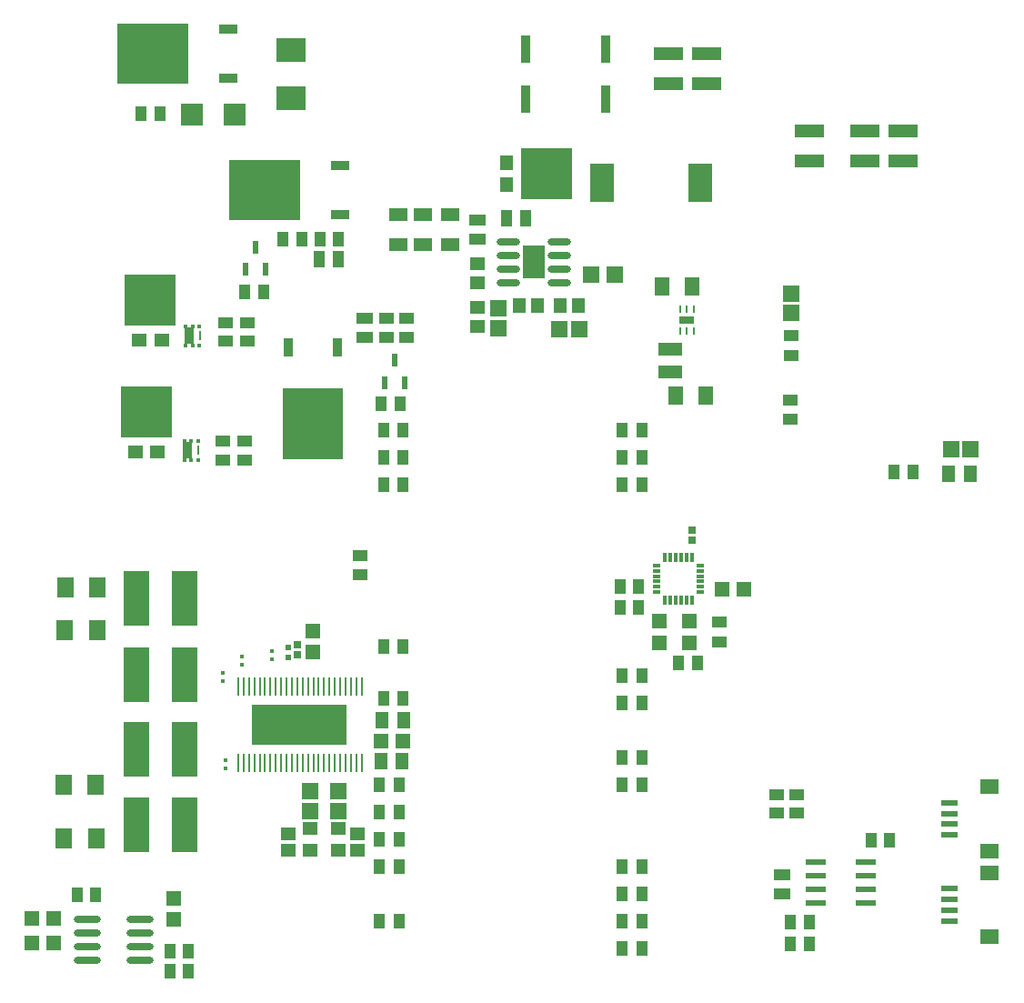
<source format=gtp>
G04 Layer_Color=7318015*
%FSLAX25Y25*%
%MOIN*%
G70*
G01*
G75*
%ADD10R,0.10630X0.05118*%
%ADD11R,0.04331X0.05512*%
%ADD12R,0.07480X0.02362*%
%ADD13R,0.08740X0.04843*%
%ADD14R,0.05315X0.07087*%
%ADD15R,0.09252X0.20079*%
%ADD16R,0.05512X0.05512*%
%ADD17R,0.02913X0.03071*%
%ADD18R,0.05315X0.03937*%
%ADD19R,0.01378X0.03347*%
%ADD20R,0.03150X0.01378*%
%ADD21R,0.06102X0.02362*%
%ADD22R,0.07087X0.05512*%
%ADD23R,0.02165X0.02165*%
%ADD24R,0.01772X0.01772*%
%ADD25R,0.05118X0.05906*%
%ADD26R,0.05512X0.05512*%
%ADD27R,0.04921X0.06102*%
%ADD28R,0.05315X0.04528*%
%ADD29R,0.05512X0.04331*%
%ADD30R,0.05906X0.07480*%
%ADD31R,0.05709X0.04724*%
%ADD32R,0.06102X0.05906*%
%ADD33R,0.00866X0.06693*%
%ADD34O,0.00866X0.06693*%
%ADD35R,0.34567X0.14646*%
%ADD36O,0.09843X0.02756*%
%ADD37R,0.03937X0.05315*%
%ADD38R,0.05900X0.04000*%
%ADD39R,0.05906X0.06102*%
%ADD40R,0.04500X0.06000*%
%ADD41R,0.02362X0.05118*%
%ADD42R,0.10799X0.08500*%
%ADD43R,0.22047X0.25984*%
%ADD44R,0.03740X0.06890*%
%ADD45R,0.25984X0.22047*%
%ADD46R,0.06890X0.03740*%
%ADD47R,0.04528X0.05709*%
%ADD48R,0.06102X0.06102*%
%ADD49R,0.07087X0.05118*%
%ADD50R,0.03228X0.10315*%
%ADD51R,0.18583X0.18898*%
%ADD52R,0.05000X0.05512*%
%ADD53R,0.06102X0.06102*%
%ADD54R,0.05709X0.04528*%
%ADD55R,0.09055X0.14173*%
%ADD56O,0.08661X0.02362*%
%ADD57R,0.07874X0.12205*%
%ADD58R,0.04000X0.05900*%
%ADD59R,0.01181X0.01378*%
%ADD60R,0.03740X0.05945*%
%ADD61R,0.00925X0.03425*%
%ADD62R,0.18898X0.18583*%
%ADD63R,0.05512X0.05000*%
%ADD64R,0.07874X0.07874*%
%ADD96R,0.05512X0.03150*%
%ADD97R,0.02362X0.00000*%
%ADD98R,0.00984X0.02559*%
D10*
X362000Y464988D02*
D03*
Y476012D02*
D03*
X348000Y464988D02*
D03*
Y476012D02*
D03*
X434000Y447512D02*
D03*
Y436488D02*
D03*
X420000Y447512D02*
D03*
Y436488D02*
D03*
X399500Y447512D02*
D03*
Y436488D02*
D03*
D11*
X399445Y149500D02*
D03*
X392555D02*
D03*
Y157500D02*
D03*
X399445D02*
D03*
X358445Y252500D02*
D03*
X351555D02*
D03*
X336945Y280500D02*
D03*
X330055D02*
D03*
X336945Y273000D02*
D03*
X330055D02*
D03*
X250445Y239500D02*
D03*
X243555D02*
D03*
X171945Y147000D02*
D03*
X165055D02*
D03*
X171945Y139500D02*
D03*
X165055D02*
D03*
X131055Y167500D02*
D03*
X137945D02*
D03*
X422055Y187500D02*
D03*
X428945D02*
D03*
X249445Y347500D02*
D03*
X242555D02*
D03*
X161445Y454000D02*
D03*
X154555D02*
D03*
X199445Y388500D02*
D03*
X192555D02*
D03*
X213445Y408000D02*
D03*
X206555D02*
D03*
X226945D02*
D03*
X220055D02*
D03*
D12*
X420252Y164500D02*
D03*
Y169500D02*
D03*
Y174500D02*
D03*
Y179500D02*
D03*
X401748Y164500D02*
D03*
Y169500D02*
D03*
Y174500D02*
D03*
Y179500D02*
D03*
D13*
X348500Y367772D02*
D03*
Y359228D02*
D03*
D14*
X350488Y350500D02*
D03*
X361512D02*
D03*
X356512Y390500D02*
D03*
X345488D02*
D03*
D15*
X170528Y193419D02*
D03*
X152812D02*
D03*
Y276419D02*
D03*
X170528D02*
D03*
X152812Y248419D02*
D03*
X170528D02*
D03*
X152812Y220919D02*
D03*
X170528D02*
D03*
D16*
X355500Y260063D02*
D03*
Y267937D02*
D03*
X217500Y256563D02*
D03*
Y264437D02*
D03*
X166500Y158563D02*
D03*
Y166437D02*
D03*
X344500Y267937D02*
D03*
Y260063D02*
D03*
D17*
X356500Y301429D02*
D03*
Y297571D02*
D03*
X212000Y259429D02*
D03*
Y255571D02*
D03*
D18*
X366500Y267543D02*
D03*
Y260457D02*
D03*
X393000Y365457D02*
D03*
Y372543D02*
D03*
D19*
X346579Y291276D02*
D03*
X348547D02*
D03*
X350516D02*
D03*
X352484D02*
D03*
X354453D02*
D03*
X356421D02*
D03*
Y275724D02*
D03*
X354453D02*
D03*
X352484D02*
D03*
X350516D02*
D03*
X348547D02*
D03*
X346579D02*
D03*
D20*
X359374Y288421D02*
D03*
Y286453D02*
D03*
Y284484D02*
D03*
Y282516D02*
D03*
Y280547D02*
D03*
Y278579D02*
D03*
X343626D02*
D03*
Y280547D02*
D03*
Y282516D02*
D03*
Y284484D02*
D03*
Y286453D02*
D03*
Y288421D02*
D03*
D21*
X450913Y158095D02*
D03*
Y162031D02*
D03*
Y165969D02*
D03*
Y169905D02*
D03*
Y189594D02*
D03*
Y193532D02*
D03*
Y197468D02*
D03*
Y201406D02*
D03*
D22*
X465677Y152189D02*
D03*
Y175811D02*
D03*
Y183689D02*
D03*
Y207311D02*
D03*
D23*
X208500Y258272D02*
D03*
Y254728D02*
D03*
D24*
X202670Y253845D02*
D03*
Y256994D02*
D03*
X191670Y251845D02*
D03*
Y254994D02*
D03*
X185500Y213925D02*
D03*
Y217075D02*
D03*
X184500Y249075D02*
D03*
Y245925D02*
D03*
D25*
X242661Y216500D02*
D03*
X250339D02*
D03*
D26*
X242563Y224000D02*
D03*
X250437D02*
D03*
X122437Y150000D02*
D03*
X114563D02*
D03*
Y159000D02*
D03*
X122437D02*
D03*
X367563Y279500D02*
D03*
X375437D02*
D03*
D27*
X242965Y231500D02*
D03*
X251035D02*
D03*
D28*
X234000Y184146D02*
D03*
Y189854D02*
D03*
X208500Y184146D02*
D03*
Y189854D02*
D03*
D29*
X235000Y285055D02*
D03*
Y291945D02*
D03*
X387500Y197555D02*
D03*
Y204445D02*
D03*
X395000Y197555D02*
D03*
Y204445D02*
D03*
X252000Y372055D02*
D03*
Y378945D02*
D03*
X244500D02*
D03*
Y372055D02*
D03*
X185500Y370555D02*
D03*
Y377445D02*
D03*
X184500Y327055D02*
D03*
Y333945D02*
D03*
X193500Y377445D02*
D03*
Y370555D02*
D03*
X192500Y333945D02*
D03*
Y327055D02*
D03*
X392500Y342055D02*
D03*
Y348945D02*
D03*
D30*
X126765Y280419D02*
D03*
X138576D02*
D03*
X126594Y264500D02*
D03*
X138406D02*
D03*
X126094Y208000D02*
D03*
X137906D02*
D03*
X126265Y188419D02*
D03*
X138076D02*
D03*
D31*
X227000Y184063D02*
D03*
Y191937D02*
D03*
X216500Y184063D02*
D03*
Y191937D02*
D03*
D32*
X227000Y198457D02*
D03*
Y205543D02*
D03*
X216500Y198457D02*
D03*
Y205543D02*
D03*
X393000Y388043D02*
D03*
Y380957D02*
D03*
D33*
X190170Y215919D02*
D03*
D34*
X192139D02*
D03*
X194107D02*
D03*
X196076D02*
D03*
X198044D02*
D03*
X200013D02*
D03*
X201981D02*
D03*
X203950D02*
D03*
X205918D02*
D03*
X207887D02*
D03*
X209855D02*
D03*
X211824D02*
D03*
X213792D02*
D03*
X215761D02*
D03*
X217729D02*
D03*
X219698D02*
D03*
X221666D02*
D03*
X223635D02*
D03*
X225603D02*
D03*
X227572D02*
D03*
X229540D02*
D03*
X231509D02*
D03*
X233477D02*
D03*
X235446D02*
D03*
X190170Y243872D02*
D03*
X192139D02*
D03*
X194107D02*
D03*
X196076D02*
D03*
X198044D02*
D03*
X200013D02*
D03*
X201981D02*
D03*
X203950D02*
D03*
X205918D02*
D03*
X207887D02*
D03*
X209855D02*
D03*
X211824D02*
D03*
X213792D02*
D03*
X215761D02*
D03*
X217729D02*
D03*
X219698D02*
D03*
X221666D02*
D03*
X223635D02*
D03*
X225603D02*
D03*
X227572D02*
D03*
X229540D02*
D03*
X231509D02*
D03*
X233477D02*
D03*
X235446D02*
D03*
D35*
X212611Y229919D02*
D03*
D36*
X154146Y143500D02*
D03*
Y148500D02*
D03*
Y153500D02*
D03*
Y158500D02*
D03*
X134854Y143500D02*
D03*
Y148500D02*
D03*
Y153500D02*
D03*
Y158500D02*
D03*
D37*
X250543Y338000D02*
D03*
X243457D02*
D03*
X338043Y328000D02*
D03*
X330957D02*
D03*
X250543Y258500D02*
D03*
X243457D02*
D03*
X338043Y248000D02*
D03*
X330957D02*
D03*
X338043Y238000D02*
D03*
X330957D02*
D03*
X338043Y218000D02*
D03*
X330957D02*
D03*
X338043Y208000D02*
D03*
X330957D02*
D03*
X249043D02*
D03*
X241957D02*
D03*
X243457Y318000D02*
D03*
X250543D02*
D03*
X249043Y198000D02*
D03*
X241957D02*
D03*
X243457Y328000D02*
D03*
X250543D02*
D03*
X249043Y188000D02*
D03*
X241957D02*
D03*
X338043Y178000D02*
D03*
X330957D02*
D03*
X249043D02*
D03*
X241957D02*
D03*
X338043Y168000D02*
D03*
X330957D02*
D03*
X338043Y158000D02*
D03*
X330957D02*
D03*
X249043D02*
D03*
X241957D02*
D03*
X338043Y148000D02*
D03*
X330957D02*
D03*
X338043Y318000D02*
D03*
X330957D02*
D03*
X430457Y322500D02*
D03*
X437543D02*
D03*
X338043Y338000D02*
D03*
X330957D02*
D03*
D38*
X389500Y175000D02*
D03*
Y168000D02*
D03*
X236500Y379000D02*
D03*
Y372000D02*
D03*
X278000Y415000D02*
D03*
Y408000D02*
D03*
D39*
X451457Y331000D02*
D03*
X458543D02*
D03*
X319669Y395000D02*
D03*
X328331D02*
D03*
D40*
X458500Y322000D02*
D03*
X450500D02*
D03*
D41*
X243760Y355366D02*
D03*
X251240D02*
D03*
X247500Y363634D02*
D03*
X192760Y396866D02*
D03*
X200240D02*
D03*
X196500Y405134D02*
D03*
D42*
X209500Y477201D02*
D03*
Y459799D02*
D03*
D43*
X217500Y340248D02*
D03*
D44*
X208524Y368201D02*
D03*
X226476D02*
D03*
D45*
X158748Y476000D02*
D03*
X199748Y426000D02*
D03*
D46*
X186701Y484976D02*
D03*
Y467024D02*
D03*
X227701Y434976D02*
D03*
Y417024D02*
D03*
D47*
X299945Y383500D02*
D03*
X293055D02*
D03*
X314945D02*
D03*
X308055D02*
D03*
D48*
X285500Y375358D02*
D03*
Y382642D02*
D03*
D49*
X249000Y417012D02*
D03*
Y405988D02*
D03*
X258000Y417012D02*
D03*
Y405988D02*
D03*
X268000Y417012D02*
D03*
Y405988D02*
D03*
D50*
X325000Y477791D02*
D03*
Y459209D02*
D03*
X295500Y477791D02*
D03*
Y459209D02*
D03*
D51*
X303095Y432000D02*
D03*
D52*
X288370Y427906D02*
D03*
Y436095D02*
D03*
D53*
X307957Y375000D02*
D03*
X315043D02*
D03*
D54*
X278000Y398945D02*
D03*
Y392055D02*
D03*
Y382945D02*
D03*
Y376055D02*
D03*
D55*
X359610Y428500D02*
D03*
X323390D02*
D03*
D56*
X289051Y407000D02*
D03*
Y402000D02*
D03*
Y397000D02*
D03*
Y392000D02*
D03*
X307949Y407000D02*
D03*
Y402000D02*
D03*
Y397000D02*
D03*
Y392000D02*
D03*
D57*
X298500Y399500D02*
D03*
D58*
X295500Y415500D02*
D03*
X288500D02*
D03*
X227000Y400500D02*
D03*
X220000D02*
D03*
D59*
X176033Y368858D02*
D03*
X173474D02*
D03*
X170915D02*
D03*
X176033Y376142D02*
D03*
X173474D02*
D03*
X170911D02*
D03*
X175533Y326858D02*
D03*
X172974D02*
D03*
X170415D02*
D03*
X175533Y334142D02*
D03*
X172974D02*
D03*
X170411D02*
D03*
D60*
X172191Y372504D02*
D03*
X171691Y330504D02*
D03*
D61*
X176128Y372657D02*
D03*
X175628Y330658D02*
D03*
D62*
X158000Y385595D02*
D03*
X156500Y344595D02*
D03*
D63*
X162094Y370870D02*
D03*
X153905D02*
D03*
X160594Y329870D02*
D03*
X152406D02*
D03*
D64*
X173126Y453500D02*
D03*
X188874D02*
D03*
D96*
X354633Y378342D02*
D03*
D97*
X354633Y378342D02*
D03*
D98*
X352074Y382476D02*
D03*
X354633D02*
D03*
X357192D02*
D03*
Y374208D02*
D03*
X354633D02*
D03*
X352074D02*
D03*
M02*

</source>
